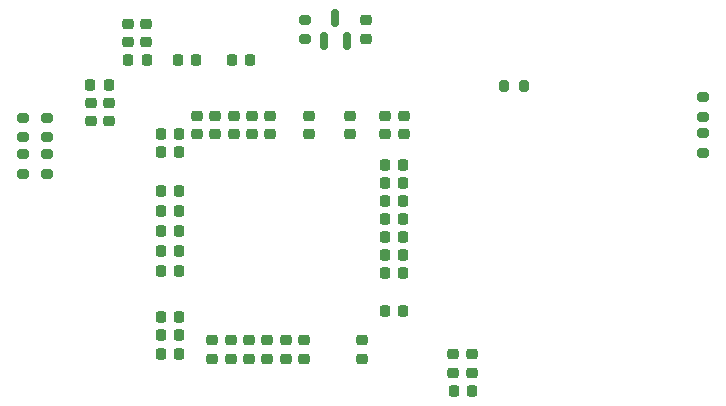
<source format=gbr>
%TF.GenerationSoftware,KiCad,Pcbnew,8.0.4*%
%TF.CreationDate,2024-11-12T22:32:31+03:00*%
%TF.ProjectId,EVD80_ControlBoard,45564438-305f-4436-9f6e-74726f6c426f,rev?*%
%TF.SameCoordinates,Original*%
%TF.FileFunction,Paste,Bot*%
%TF.FilePolarity,Positive*%
%FSLAX46Y46*%
G04 Gerber Fmt 4.6, Leading zero omitted, Abs format (unit mm)*
G04 Created by KiCad (PCBNEW 8.0.4) date 2024-11-12 22:32:31*
%MOMM*%
%LPD*%
G01*
G04 APERTURE LIST*
G04 Aperture macros list*
%AMRoundRect*
0 Rectangle with rounded corners*
0 $1 Rounding radius*
0 $2 $3 $4 $5 $6 $7 $8 $9 X,Y pos of 4 corners*
0 Add a 4 corners polygon primitive as box body*
4,1,4,$2,$3,$4,$5,$6,$7,$8,$9,$2,$3,0*
0 Add four circle primitives for the rounded corners*
1,1,$1+$1,$2,$3*
1,1,$1+$1,$4,$5*
1,1,$1+$1,$6,$7*
1,1,$1+$1,$8,$9*
0 Add four rect primitives between the rounded corners*
20,1,$1+$1,$2,$3,$4,$5,0*
20,1,$1+$1,$4,$5,$6,$7,0*
20,1,$1+$1,$6,$7,$8,$9,0*
20,1,$1+$1,$8,$9,$2,$3,0*%
G04 Aperture macros list end*
%ADD10RoundRect,0.225000X0.225000X0.250000X-0.225000X0.250000X-0.225000X-0.250000X0.225000X-0.250000X0*%
%ADD11RoundRect,0.225000X-0.225000X-0.250000X0.225000X-0.250000X0.225000X0.250000X-0.225000X0.250000X0*%
%ADD12RoundRect,0.225000X0.250000X-0.225000X0.250000X0.225000X-0.250000X0.225000X-0.250000X-0.225000X0*%
%ADD13RoundRect,0.200000X-0.275000X0.200000X-0.275000X-0.200000X0.275000X-0.200000X0.275000X0.200000X0*%
%ADD14RoundRect,0.225000X-0.250000X0.225000X-0.250000X-0.225000X0.250000X-0.225000X0.250000X0.225000X0*%
%ADD15RoundRect,0.218750X-0.218750X-0.256250X0.218750X-0.256250X0.218750X0.256250X-0.218750X0.256250X0*%
%ADD16RoundRect,0.218750X0.218750X0.256250X-0.218750X0.256250X-0.218750X-0.256250X0.218750X-0.256250X0*%
%ADD17RoundRect,0.150000X0.150000X-0.587500X0.150000X0.587500X-0.150000X0.587500X-0.150000X-0.587500X0*%
%ADD18RoundRect,0.200000X0.275000X-0.200000X0.275000X0.200000X-0.275000X0.200000X-0.275000X-0.200000X0*%
%ADD19RoundRect,0.200000X-0.200000X-0.275000X0.200000X-0.275000X0.200000X0.275000X-0.200000X0.275000X0*%
G04 APERTURE END LIST*
D10*
%TO.C,C55*%
X209275000Y-147800000D03*
X207725000Y-147800000D03*
%TD*%
D11*
%TO.C,C26*%
X213725000Y-140000000D03*
X215275000Y-140000000D03*
%TD*%
D12*
%TO.C,C48*%
X228300000Y-146275000D03*
X228300000Y-144725000D03*
%TD*%
D13*
%TO.C,R14*%
X253652000Y-143151000D03*
X253652000Y-144801000D03*
%TD*%
D12*
%TO.C,C25*%
X212350000Y-146275000D03*
X212350000Y-144725000D03*
%TD*%
D10*
%TO.C,C56*%
X209275000Y-151100000D03*
X207725000Y-151100000D03*
%TD*%
D14*
%TO.C,C40*%
X213650000Y-163725000D03*
X213650000Y-165275000D03*
%TD*%
D12*
%TO.C,C49*%
X226700000Y-146275000D03*
X226700000Y-144725000D03*
%TD*%
D11*
%TO.C,C20*%
X226725000Y-158000000D03*
X228275000Y-158000000D03*
%TD*%
D10*
%TO.C,C57*%
X209275000Y-152800000D03*
X207725000Y-152800000D03*
%TD*%
D13*
%TO.C,R18*%
X198120000Y-147968000D03*
X198120000Y-149618000D03*
%TD*%
D14*
%TO.C,C19*%
X218300000Y-163725000D03*
X218300000Y-165275000D03*
%TD*%
%TO.C,C28*%
X201803000Y-143624000D03*
X201803000Y-145174000D03*
%TD*%
D15*
%TO.C,L4*%
X201777500Y-142113000D03*
X203352500Y-142113000D03*
%TD*%
D13*
%TO.C,R12*%
X196056000Y-147968000D03*
X196056000Y-149618000D03*
%TD*%
D14*
%TO.C,C42*%
X216750000Y-163725000D03*
X216750000Y-165275000D03*
%TD*%
D16*
%TO.C,L6*%
X234100000Y-168000000D03*
X232525000Y-168000000D03*
%TD*%
D12*
%TO.C,C36*%
X206502000Y-138489000D03*
X206502000Y-136939000D03*
%TD*%
D10*
%TO.C,C24*%
X210750000Y-140000000D03*
X209200000Y-140000000D03*
%TD*%
D17*
%TO.C,U9*%
X223454000Y-138351500D03*
X221554000Y-138351500D03*
X222504000Y-136476500D03*
%TD*%
D10*
%TO.C,C32*%
X209275000Y-156200000D03*
X207725000Y-156200000D03*
%TD*%
D12*
%TO.C,C35*%
X204978000Y-138489000D03*
X204978000Y-136939000D03*
%TD*%
D10*
%TO.C,C27*%
X209275000Y-146250000D03*
X207725000Y-146250000D03*
%TD*%
D14*
%TO.C,C39*%
X212100000Y-163725000D03*
X212100000Y-165275000D03*
%TD*%
D10*
%TO.C,C29*%
X228275000Y-161250000D03*
X226725000Y-161250000D03*
%TD*%
D11*
%TO.C,C21*%
X226725000Y-150380000D03*
X228275000Y-150380000D03*
%TD*%
D13*
%TO.C,R17*%
X198120000Y-144868000D03*
X198120000Y-146518000D03*
%TD*%
D11*
%TO.C,C46*%
X226725000Y-151904000D03*
X228275000Y-151904000D03*
%TD*%
D14*
%TO.C,C18*%
X215198000Y-163725000D03*
X215198000Y-165275000D03*
%TD*%
D11*
%TO.C,C47*%
X226725000Y-148850000D03*
X228275000Y-148850000D03*
%TD*%
D12*
%TO.C,C31*%
X224750000Y-165275000D03*
X224750000Y-163725000D03*
%TD*%
D14*
%TO.C,C33*%
X203327000Y-143624000D03*
X203327000Y-145174000D03*
%TD*%
D18*
%TO.C,R13*%
X253652000Y-147849000D03*
X253652000Y-146199000D03*
%TD*%
D10*
%TO.C,C58*%
X209275000Y-157900000D03*
X207725000Y-157900000D03*
%TD*%
D19*
%TO.C,R16*%
X236820000Y-142203000D03*
X238470000Y-142203000D03*
%TD*%
D15*
%TO.C,L5*%
X204952500Y-140000000D03*
X206527500Y-140000000D03*
%TD*%
D10*
%TO.C,C59*%
X209275000Y-161750000D03*
X207725000Y-161750000D03*
%TD*%
%TO.C,C37*%
X209275000Y-164850000D03*
X207725000Y-164850000D03*
%TD*%
D12*
%TO.C,C54*%
X210800000Y-146275000D03*
X210800000Y-144725000D03*
%TD*%
%TO.C,C41*%
X232512500Y-166475000D03*
X232512500Y-164925000D03*
%TD*%
D10*
%TO.C,C22*%
X228275000Y-153428000D03*
X226725000Y-153428000D03*
%TD*%
D12*
%TO.C,C38*%
X234112500Y-166475000D03*
X234112500Y-164925000D03*
%TD*%
%TO.C,C52*%
X217000000Y-146275000D03*
X217000000Y-144725000D03*
%TD*%
%TO.C,C51*%
X220250000Y-146275000D03*
X220250000Y-144725000D03*
%TD*%
D10*
%TO.C,C34*%
X209275000Y-163300000D03*
X207725000Y-163300000D03*
%TD*%
D11*
%TO.C,C45*%
X226725000Y-154952000D03*
X228275000Y-154952000D03*
%TD*%
D12*
%TO.C,C50*%
X223750000Y-146275000D03*
X223750000Y-144725000D03*
%TD*%
D13*
%TO.C,R19*%
X219904000Y-136589000D03*
X219904000Y-138239000D03*
%TD*%
D12*
%TO.C,C63*%
X225104000Y-138189000D03*
X225104000Y-136639000D03*
%TD*%
D13*
%TO.C,R11*%
X196056000Y-144868000D03*
X196056000Y-146518000D03*
%TD*%
D11*
%TO.C,C44*%
X226725000Y-156476000D03*
X228275000Y-156476000D03*
%TD*%
D12*
%TO.C,C23*%
X213900000Y-146275000D03*
X213900000Y-144725000D03*
%TD*%
D10*
%TO.C,C30*%
X209275000Y-154500000D03*
X207725000Y-154500000D03*
%TD*%
D12*
%TO.C,C53*%
X215450000Y-146275000D03*
X215450000Y-144725000D03*
%TD*%
D14*
%TO.C,C43*%
X219850000Y-163725000D03*
X219850000Y-165275000D03*
%TD*%
M02*

</source>
